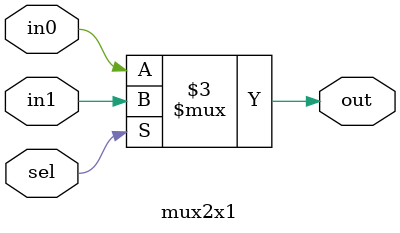
<source format=v>
`timescale 1ns / 1ps


module mux2x1 (in0, in1, sel, out);
    input in0, in1;
    input sel;
    output reg out;

    always @(*)
    begin
        if (sel)
            out <= in1;
        else
            out <= in0;
    end
endmodule

</source>
